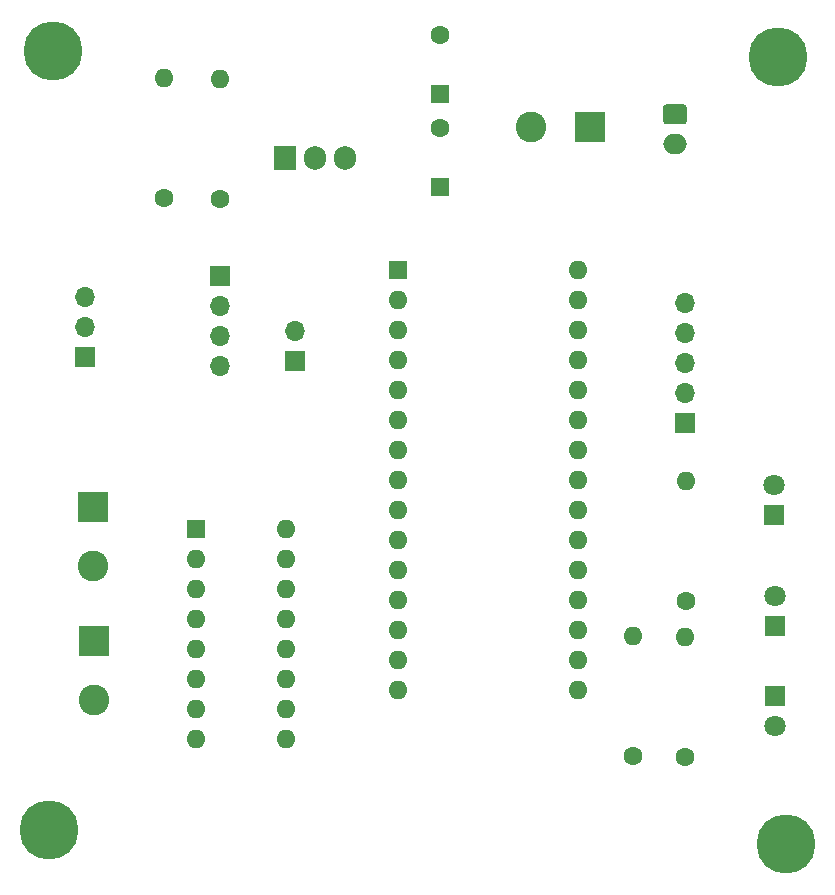
<source format=gbr>
%TF.GenerationSoftware,KiCad,Pcbnew,(5.1.10)-1*%
%TF.CreationDate,2021-06-27T00:20:55+05:30*%
%TF.ProjectId,pcb_flip,7063625f-666c-4697-902e-6b696361645f,rev?*%
%TF.SameCoordinates,Original*%
%TF.FileFunction,Soldermask,Bot*%
%TF.FilePolarity,Negative*%
%FSLAX46Y46*%
G04 Gerber Fmt 4.6, Leading zero omitted, Abs format (unit mm)*
G04 Created by KiCad (PCBNEW (5.1.10)-1) date 2021-06-27 00:20:55*
%MOMM*%
%LPD*%
G01*
G04 APERTURE LIST*
%ADD10C,5.000000*%
%ADD11C,2.900000*%
%ADD12C,1.800000*%
%ADD13R,1.800000X1.800000*%
%ADD14O,1.600000X1.600000*%
%ADD15R,1.600000X1.600000*%
%ADD16C,2.600000*%
%ADD17R,2.600000X2.600000*%
%ADD18O,1.700000X1.700000*%
%ADD19R,1.700000X1.700000*%
%ADD20O,1.905000X2.000000*%
%ADD21R,1.905000X2.000000*%
%ADD22C,1.600000*%
%ADD23O,2.000000X1.700000*%
G04 APERTURE END LIST*
D10*
%TO.C,..*%
X123761500Y-110617000D03*
D11*
X123761500Y-110617000D03*
%TD*%
D10*
%TO.C,..*%
X61404500Y-109410500D03*
D11*
X61404500Y-109410500D03*
%TD*%
D10*
%TO.C,.*%
X123063000Y-43942000D03*
D11*
X123063000Y-43942000D03*
%TD*%
D10*
%TO.C, *%
X61722000Y-43434000D03*
D11*
X61722000Y-43434000D03*
%TD*%
D12*
%TO.C,D2*%
X122809000Y-89598500D03*
D13*
X122809000Y-92138500D03*
%TD*%
D14*
%TO.C,\u002A   L293D*%
X81407000Y-83947000D03*
X73787000Y-101727000D03*
X81407000Y-86487000D03*
X73787000Y-99187000D03*
X81407000Y-89027000D03*
X73787000Y-96647000D03*
X81407000Y-91567000D03*
X73787000Y-94107000D03*
X81407000Y-94107000D03*
X73787000Y-91567000D03*
X81407000Y-96647000D03*
X73787000Y-89027000D03*
X81407000Y-99187000D03*
X73787000Y-86487000D03*
X81407000Y-101727000D03*
D15*
X73787000Y-83947000D03*
%TD*%
D16*
%TO.C,CUTOFF SW*%
X102188000Y-49911000D03*
D17*
X107188000Y-49911000D03*
%TD*%
D18*
%TO.C,A7 A6 A5 A4 A3*%
X115189000Y-64770000D03*
X115189000Y-67310000D03*
X115189000Y-69850000D03*
X115189000Y-72390000D03*
D19*
X115189000Y-74930000D03*
%TD*%
D18*
%TO.C,.*%
X82169000Y-67183000D03*
D19*
X82169000Y-69723000D03*
%TD*%
D16*
%TO.C,M1*%
X65214500Y-98408500D03*
D17*
X65214500Y-93408500D03*
%TD*%
D16*
%TO.C,M2*%
X65087500Y-87042000D03*
D17*
X65087500Y-82042000D03*
%TD*%
D18*
%TO.C,D  V  G*%
X64452500Y-64262000D03*
X64452500Y-66802000D03*
D19*
X64452500Y-69342000D03*
%TD*%
D18*
%TO.C,RF*%
X75819000Y-70104000D03*
X75819000Y-67564000D03*
X75819000Y-65024000D03*
D19*
X75819000Y-62484000D03*
%TD*%
D20*
%TO.C,LM741*%
X86423500Y-52514500D03*
X83883500Y-52514500D03*
D21*
X81343500Y-52514500D03*
%TD*%
D14*
%TO.C,R5*%
X115316000Y-79883000D03*
D22*
X115316000Y-90043000D03*
%TD*%
D14*
%TO.C,R4*%
X115252500Y-93091000D03*
D22*
X115252500Y-103251000D03*
%TD*%
D14*
%TO.C,R3*%
X110807500Y-92964000D03*
D22*
X110807500Y-103124000D03*
%TD*%
D14*
%TO.C,R2 3.8k*%
X75882500Y-45847000D03*
D22*
X75882500Y-56007000D03*
%TD*%
D14*
%TO.C,R1 1k*%
X71120000Y-45720000D03*
D22*
X71120000Y-55880000D03*
%TD*%
D23*
%TO.C,-  +*%
X114363500Y-51331500D03*
G36*
G01*
X113613500Y-47981500D02*
X115113500Y-47981500D01*
G75*
G02*
X115363500Y-48231500I0J-250000D01*
G01*
X115363500Y-49431500D01*
G75*
G02*
X115113500Y-49681500I-250000J0D01*
G01*
X113613500Y-49681500D01*
G75*
G02*
X113363500Y-49431500I0J250000D01*
G01*
X113363500Y-48231500D01*
G75*
G02*
X113613500Y-47981500I250000J0D01*
G01*
G37*
%TD*%
D12*
%TO.C,D3*%
X122745500Y-80200500D03*
D13*
X122745500Y-82740500D03*
%TD*%
D12*
%TO.C,D1*%
X122809000Y-100584000D03*
D13*
X122809000Y-98044000D03*
%TD*%
D22*
%TO.C,C2*%
X94488000Y-42117000D03*
D15*
X94488000Y-47117000D03*
%TD*%
D22*
%TO.C,C1*%
X94488000Y-49991000D03*
D15*
X94488000Y-54991000D03*
%TD*%
%TO.C,Arduino Nano*%
X90932000Y-61976000D03*
D14*
X106172000Y-94996000D03*
X90932000Y-64516000D03*
X106172000Y-92456000D03*
X90932000Y-67056000D03*
X106172000Y-89916000D03*
X90932000Y-69596000D03*
X106172000Y-87376000D03*
X90932000Y-72136000D03*
X106172000Y-84836000D03*
X90932000Y-74676000D03*
X106172000Y-82296000D03*
X90932000Y-77216000D03*
X106172000Y-79756000D03*
X90932000Y-79756000D03*
X106172000Y-77216000D03*
X90932000Y-82296000D03*
X106172000Y-74676000D03*
X90932000Y-84836000D03*
X106172000Y-72136000D03*
X90932000Y-87376000D03*
X106172000Y-69596000D03*
X90932000Y-89916000D03*
X106172000Y-67056000D03*
X90932000Y-92456000D03*
X106172000Y-64516000D03*
X90932000Y-94996000D03*
X106172000Y-61976000D03*
X90932000Y-97536000D03*
X106172000Y-97536000D03*
%TD*%
M02*

</source>
